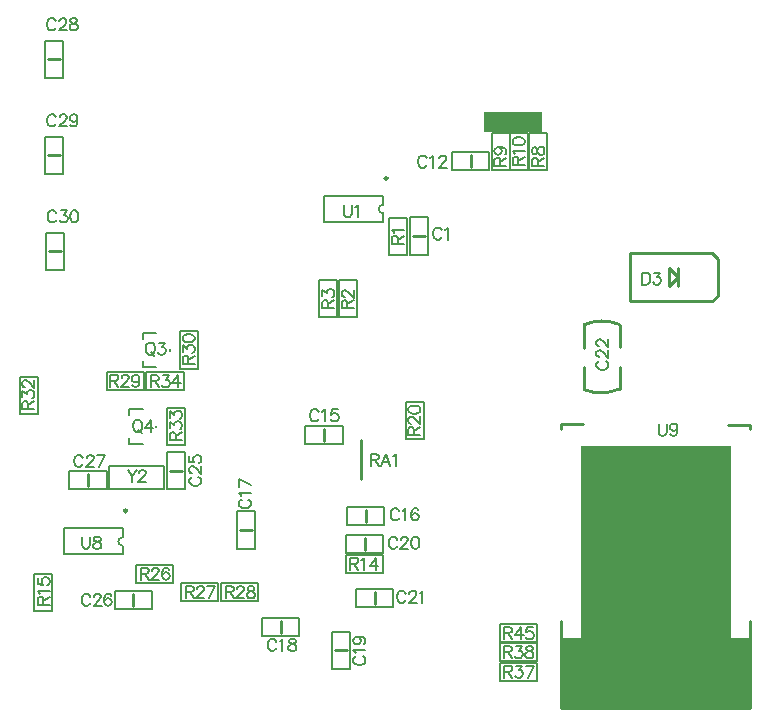
<source format=gbo>
G04 Layer_Color=32896*
%FSLAX25Y25*%
%MOIN*%
G70*
G01*
G75*
%ADD10C,0.00787*%
%ADD11C,0.00984*%
%ADD12C,0.01000*%
%ADD20C,0.00800*%
%ADD21C,0.00700*%
%ADD28R,0.63100X0.23288*%
%ADD29R,0.50000X0.68000*%
%ADD30R,0.19600X0.07000*%
D10*
X1209436Y961744D02*
G03*
X1209436Y958856I0J-1444D01*
G01*
X1122536Y850944D02*
G03*
X1122536Y848056I0J-1444D01*
G01*
X1209436Y955969D02*
X1189751D01*
X1209436Y964631D02*
X1189751D01*
Y955969D02*
Y964631D01*
X1209436Y955969D02*
Y958856D01*
Y961744D02*
Y964631D01*
X1122536Y845169D02*
X1102851D01*
X1122536Y853831D02*
X1102851D01*
Y845169D02*
Y853831D01*
X1122536Y845169D02*
Y848056D01*
Y850943D02*
Y853831D01*
D11*
X1209948Y970536D02*
G03*
X1209948Y970536I492J0D01*
G01*
X1123048Y859736D02*
G03*
X1123048Y859736I492J0D01*
G01*
D12*
X1276393Y900100D02*
G03*
X1288132Y900311I5620J13956D01*
G01*
X1287976Y921902D02*
G03*
X1276293Y921700I-5602J-13964D01*
G01*
X1276336Y900224D02*
Y907800D01*
X1288239Y900364D02*
Y907500D01*
X1276293Y914100D02*
Y921700D01*
X1288193Y914200D02*
X1288193Y921700D01*
X1320993Y943670D02*
X1319168Y945495D01*
X1310168D01*
X1320993Y931320D02*
Y943670D01*
Y931320D02*
X1319168Y929495D01*
X1310168D01*
X1309993D02*
X1291693D01*
Y945495D01*
X1318393D02*
X1291693D01*
X1307668Y934500D02*
Y940600D01*
Y937495D02*
X1304668Y940495D01*
Y934495D02*
Y940495D01*
X1307668Y937495D02*
X1304668Y934495D01*
X1223293Y951300D02*
X1219293D01*
X1201893Y870400D02*
Y883200D01*
X1331685Y793913D02*
X1268693D01*
Y823001D01*
X1331685Y793913D02*
Y823001D01*
Y886827D02*
Y888402D01*
X1324285D01*
X1275885Y888501D02*
X1268693D01*
Y886827D02*
Y888501D01*
X1206593Y828800D02*
Y832800D01*
X1238593Y974300D02*
Y978300D01*
X1189693Y882900D02*
Y886900D01*
X1203593Y856000D02*
Y860000D01*
X1165593Y853300D02*
X1161593D01*
X1175193Y819100D02*
Y823100D01*
X1197293Y813200D02*
X1193293D01*
X1203293Y846700D02*
Y850700D01*
X1142393Y873100D02*
X1138393D01*
X1126093Y827900D02*
Y831900D01*
X1110993Y868000D02*
Y872000D01*
X1101693Y1010200D02*
X1097693D01*
X1101793Y978200D02*
X1097793D01*
X1101893Y946200D02*
X1097893D01*
D20*
X1222893Y883700D02*
Y896100D01*
Y883700D02*
X1216893D01*
Y896100D01*
X1222893D02*
X1216893D01*
X1251560Y973300D02*
Y985700D01*
Y973300D02*
X1245560D01*
Y985700D01*
X1251560D02*
X1245560D01*
X1257727Y973300D02*
Y985700D01*
Y973300D02*
X1251727D01*
Y985700D01*
X1257727D02*
X1251727D01*
X1263893Y973300D02*
Y985700D01*
Y973300D02*
X1257893D01*
Y985700D01*
X1263893D02*
X1257893D01*
X1224293Y945100D02*
Y957500D01*
Y945100D02*
X1218293D01*
Y957500D01*
X1224293D02*
X1218293D01*
X1217493Y945000D02*
Y957400D01*
Y945000D02*
X1211493D01*
Y957400D01*
X1217493D02*
X1211493D01*
X1194593Y924400D02*
Y936800D01*
X1200593D02*
X1194593D01*
X1200593Y924400D02*
Y936800D01*
Y924400D02*
X1194593D01*
X1188093D02*
Y936800D01*
X1194093D02*
X1188093D01*
X1194093Y924400D02*
Y936800D01*
Y924400D02*
X1188093D01*
X1094193Y892000D02*
Y904400D01*
Y892000D02*
X1088193D01*
Y904400D01*
X1094193D02*
X1088193D01*
X1129293Y907550D02*
Y909550D01*
X1138293Y913050D02*
Y913550D01*
X1129293Y917050D02*
Y919050D01*
X1133793Y907550D02*
X1129293D01*
X1133793Y919050D02*
X1129293D01*
X1147693Y907100D02*
Y919500D01*
Y907100D02*
X1141693D01*
Y919500D01*
X1147693D02*
X1141693D01*
X1129593Y906000D02*
X1117193D01*
X1129593Y900000D02*
Y906000D01*
Y900000D02*
X1117193D01*
Y906000D01*
X1142893D02*
X1130493D01*
X1142893Y900000D02*
Y906000D01*
Y900000D02*
X1130493D01*
Y906000D01*
X1143393Y881500D02*
Y893900D01*
Y881500D02*
X1137393D01*
Y893900D01*
X1143393D02*
X1137393D01*
X1124693Y882050D02*
Y884050D01*
X1133693Y887550D02*
Y888050D01*
X1124693Y891550D02*
Y893550D01*
X1129193Y882050D02*
X1124693D01*
X1129193Y893550D02*
X1124693D01*
X1099093Y826200D02*
Y838600D01*
Y826200D02*
X1093093D01*
Y838600D01*
X1099093D02*
X1093093D01*
X1139393Y835700D02*
X1126993D01*
Y841700D01*
X1139393D02*
X1126993D01*
X1139393Y835700D02*
Y841700D01*
X1154393Y835500D02*
X1141993D01*
X1154393Y829500D02*
Y835500D01*
Y829500D02*
X1141993D01*
Y835500D01*
X1167793Y829500D02*
X1155393D01*
Y835500D01*
X1167793D02*
X1155393D01*
X1167793Y829500D02*
Y835500D01*
X1209493Y838900D02*
X1197093D01*
Y844900D01*
X1209493D02*
X1197093D01*
X1209493Y838900D02*
Y844900D01*
X1212793Y827800D02*
X1200393D01*
Y833800D01*
X1212793D02*
X1200393D01*
X1212793Y827800D02*
Y833800D01*
X1248293Y816000D02*
Y822000D01*
X1260693Y816000D02*
X1248293D01*
X1260693D02*
Y822000D01*
X1248293D01*
X1260693Y809500D02*
X1248293D01*
Y815500D01*
X1260693D02*
X1248293D01*
X1260693Y809500D02*
Y815500D01*
Y809000D02*
X1248293D01*
X1260693Y803000D02*
Y809000D01*
Y803000D02*
X1248293D01*
Y809000D01*
X1244793Y973300D02*
X1232393D01*
Y979300D01*
X1244793D02*
X1232393D01*
X1244793Y973300D02*
Y979300D01*
X1195893Y887900D02*
X1183493D01*
X1195893Y881900D02*
Y887900D01*
Y881900D02*
X1183493D01*
Y887900D01*
X1209793Y861000D02*
X1197393D01*
X1209793Y855000D02*
Y861000D01*
Y855000D02*
X1197393D01*
Y861000D01*
X1160593Y847100D02*
Y859500D01*
X1166593D02*
X1160593D01*
X1166593Y847100D02*
Y859500D01*
Y847100D02*
X1160593D01*
X1181393Y824100D02*
X1168993D01*
X1181393Y818100D02*
Y824100D01*
Y818100D02*
X1168993D01*
Y824100D01*
X1192293Y807000D02*
Y819400D01*
X1198293D02*
X1192293D01*
X1198293Y807000D02*
Y819400D01*
Y807000D02*
X1192293D01*
X1209493Y851700D02*
X1197093D01*
X1209493Y845700D02*
Y851700D01*
Y845700D02*
X1197093D01*
Y851700D01*
X1143393Y866900D02*
Y879300D01*
Y866900D02*
X1137393D01*
Y879300D01*
X1143393D02*
X1137393D01*
X1132293Y826900D02*
X1119893D01*
Y832900D01*
X1132293D02*
X1119893D01*
X1132293Y826900D02*
Y832900D01*
X1117193Y873000D02*
X1104793D01*
X1117193Y867000D02*
Y873000D01*
Y867000D02*
X1104793D01*
Y873000D01*
X1096693Y1004000D02*
Y1016400D01*
X1102693D02*
X1096693D01*
X1102693Y1004000D02*
Y1016400D01*
Y1004000D02*
X1096693D01*
X1096793Y972000D02*
Y984400D01*
X1102793D02*
X1096793D01*
X1102793Y972000D02*
Y984400D01*
Y972000D02*
X1096793D01*
X1096893Y940000D02*
Y952400D01*
X1102893D02*
X1096893D01*
X1102893Y940000D02*
Y952400D01*
Y940000D02*
X1096893D01*
X1118093Y866900D02*
Y874700D01*
X1136393Y866900D02*
X1118093D01*
X1136393D02*
Y874700D01*
X1118093D01*
D21*
X1217794Y885000D02*
X1221793D01*
X1217794D02*
Y886714D01*
X1217985Y887285D01*
X1218175Y887476D01*
X1218556Y887666D01*
X1218937D01*
X1219318Y887476D01*
X1219508Y887285D01*
X1219699Y886714D01*
Y885000D01*
Y886333D02*
X1221793Y887666D01*
X1218746Y888752D02*
X1218556D01*
X1218175Y888942D01*
X1217985Y889132D01*
X1217794Y889513D01*
Y890275D01*
X1217985Y890656D01*
X1218175Y890846D01*
X1218556Y891037D01*
X1218937D01*
X1219318Y890846D01*
X1219889Y890466D01*
X1221793Y888561D01*
Y891227D01*
X1217794Y893265D02*
X1217985Y892694D01*
X1218556Y892313D01*
X1219508Y892122D01*
X1220079D01*
X1221032Y892313D01*
X1221603Y892694D01*
X1221793Y893265D01*
Y893646D01*
X1221603Y894217D01*
X1221032Y894598D01*
X1220079Y894788D01*
X1219508D01*
X1218556Y894598D01*
X1217985Y894217D01*
X1217794Y893646D01*
Y893265D01*
X1281446Y909657D02*
X1281065Y909466D01*
X1280685Y909085D01*
X1280494Y908704D01*
Y907943D01*
X1280685Y907562D01*
X1281065Y907181D01*
X1281446Y906990D01*
X1282018Y906800D01*
X1282970D01*
X1283541Y906990D01*
X1283922Y907181D01*
X1284303Y907562D01*
X1284493Y907943D01*
Y908704D01*
X1284303Y909085D01*
X1283922Y909466D01*
X1283541Y909657D01*
X1281446Y910970D02*
X1281256D01*
X1280875Y911161D01*
X1280685Y911351D01*
X1280494Y911732D01*
Y912494D01*
X1280685Y912875D01*
X1280875Y913065D01*
X1281256Y913256D01*
X1281637D01*
X1282018Y913065D01*
X1282589Y912684D01*
X1284493Y910780D01*
Y913446D01*
X1281446Y914532D02*
X1281256D01*
X1280875Y914722D01*
X1280685Y914913D01*
X1280494Y915293D01*
Y916055D01*
X1280685Y916436D01*
X1280875Y916626D01*
X1281256Y916817D01*
X1281637D01*
X1282018Y916626D01*
X1282589Y916246D01*
X1284493Y914341D01*
Y917007D01*
X1295793Y939099D02*
Y935100D01*
Y939099D02*
X1297126D01*
X1297698Y938909D01*
X1298079Y938528D01*
X1298269Y938147D01*
X1298459Y937576D01*
Y936623D01*
X1298269Y936052D01*
X1298079Y935671D01*
X1297698Y935290D01*
X1297126Y935100D01*
X1295793D01*
X1299735Y939099D02*
X1301830D01*
X1300688Y937576D01*
X1301259D01*
X1301640Y937385D01*
X1301830Y937195D01*
X1302020Y936623D01*
Y936243D01*
X1301830Y935671D01*
X1301449Y935290D01*
X1300878Y935100D01*
X1300307D01*
X1299735Y935290D01*
X1299545Y935481D01*
X1299354Y935862D01*
X1246494Y974800D02*
X1250493D01*
X1246494D02*
Y976514D01*
X1246685Y977085D01*
X1246875Y977276D01*
X1247256Y977466D01*
X1247637D01*
X1248018Y977276D01*
X1248208Y977085D01*
X1248398Y976514D01*
Y974800D01*
Y976133D02*
X1250493Y977466D01*
X1247827Y980837D02*
X1248398Y980646D01*
X1248779Y980266D01*
X1248970Y979694D01*
Y979504D01*
X1248779Y978932D01*
X1248398Y978552D01*
X1247827Y978361D01*
X1247637D01*
X1247066Y978552D01*
X1246685Y978932D01*
X1246494Y979504D01*
Y979694D01*
X1246685Y980266D01*
X1247066Y980646D01*
X1247827Y980837D01*
X1248779D01*
X1249732Y980646D01*
X1250303Y980266D01*
X1250493Y979694D01*
Y979313D01*
X1250303Y978742D01*
X1249922Y978552D01*
X1252594Y975000D02*
X1256593D01*
X1252594D02*
Y976714D01*
X1252785Y977285D01*
X1252975Y977476D01*
X1253356Y977666D01*
X1253737D01*
X1254118Y977476D01*
X1254308Y977285D01*
X1254498Y976714D01*
Y975000D01*
Y976333D02*
X1256593Y977666D01*
X1253356Y978561D02*
X1253166Y978942D01*
X1252594Y979513D01*
X1256593D01*
X1252594Y982637D02*
X1252785Y982065D01*
X1253356Y981684D01*
X1254308Y981494D01*
X1254879D01*
X1255832Y981684D01*
X1256403Y982065D01*
X1256593Y982637D01*
Y983017D01*
X1256403Y983589D01*
X1255832Y983969D01*
X1254879Y984160D01*
X1254308D01*
X1253356Y983969D01*
X1252785Y983589D01*
X1252594Y983017D01*
Y982637D01*
X1259094Y974800D02*
X1263093D01*
X1259094D02*
Y976514D01*
X1259285Y977085D01*
X1259475Y977276D01*
X1259856Y977466D01*
X1260237D01*
X1260618Y977276D01*
X1260808Y977085D01*
X1260999Y976514D01*
Y974800D01*
Y976133D02*
X1263093Y977466D01*
X1259094Y979313D02*
X1259285Y978742D01*
X1259665Y978552D01*
X1260046D01*
X1260427Y978742D01*
X1260618Y979123D01*
X1260808Y979885D01*
X1260999Y980456D01*
X1261379Y980837D01*
X1261760Y981027D01*
X1262332D01*
X1262712Y980837D01*
X1262903Y980646D01*
X1263093Y980075D01*
Y979313D01*
X1262903Y978742D01*
X1262712Y978552D01*
X1262332Y978361D01*
X1261760D01*
X1261379Y978552D01*
X1260999Y978932D01*
X1260808Y979504D01*
X1260618Y980266D01*
X1260427Y980646D01*
X1260046Y980837D01*
X1259665D01*
X1259285Y980646D01*
X1259094Y980075D01*
Y979313D01*
X1196293Y961599D02*
Y958743D01*
X1196484Y958171D01*
X1196865Y957790D01*
X1197436Y957600D01*
X1197817D01*
X1198388Y957790D01*
X1198769Y958171D01*
X1198959Y958743D01*
Y961599D01*
X1200064Y960837D02*
X1200445Y961028D01*
X1201016Y961599D01*
Y957600D01*
X1228950Y953147D02*
X1228759Y953528D01*
X1228378Y953909D01*
X1227998Y954099D01*
X1227236D01*
X1226855Y953909D01*
X1226474Y953528D01*
X1226284Y953147D01*
X1226093Y952576D01*
Y951624D01*
X1226284Y951052D01*
X1226474Y950671D01*
X1226855Y950290D01*
X1227236Y950100D01*
X1227998D01*
X1228378Y950290D01*
X1228759Y950671D01*
X1228950Y951052D01*
X1230073Y953337D02*
X1230454Y953528D01*
X1231026Y954099D01*
Y950100D01*
X1212294Y948800D02*
X1216293D01*
X1212294D02*
Y950514D01*
X1212485Y951085D01*
X1212675Y951276D01*
X1213056Y951466D01*
X1213437D01*
X1213818Y951276D01*
X1214008Y951085D01*
X1214198Y950514D01*
Y948800D01*
Y950133D02*
X1216293Y951466D01*
X1213056Y952361D02*
X1212866Y952742D01*
X1212294Y953313D01*
X1216293D01*
X1195594Y927200D02*
X1199593D01*
X1195594D02*
Y928914D01*
X1195785Y929485D01*
X1195975Y929676D01*
X1196356Y929866D01*
X1196737D01*
X1197118Y929676D01*
X1197308Y929485D01*
X1197499Y928914D01*
Y927200D01*
Y928533D02*
X1199593Y929866D01*
X1196546Y930952D02*
X1196356D01*
X1195975Y931142D01*
X1195785Y931332D01*
X1195594Y931713D01*
Y932475D01*
X1195785Y932856D01*
X1195975Y933046D01*
X1196356Y933237D01*
X1196737D01*
X1197118Y933046D01*
X1197689Y932666D01*
X1199593Y930761D01*
Y933427D01*
X1189094Y927300D02*
X1193093D01*
X1189094D02*
Y929014D01*
X1189285Y929585D01*
X1189475Y929776D01*
X1189856Y929966D01*
X1190237D01*
X1190618Y929776D01*
X1190808Y929585D01*
X1190998Y929014D01*
Y927300D01*
Y928633D02*
X1193093Y929966D01*
X1189094Y931242D02*
Y933337D01*
X1190618Y932194D01*
Y932765D01*
X1190808Y933146D01*
X1190998Y933337D01*
X1191570Y933527D01*
X1191951D01*
X1192522Y933337D01*
X1192903Y932956D01*
X1193093Y932385D01*
Y931813D01*
X1192903Y931242D01*
X1192712Y931052D01*
X1192332Y930861D01*
X1205193Y878599D02*
Y874600D01*
Y878599D02*
X1206907D01*
X1207479Y878409D01*
X1207669Y878218D01*
X1207859Y877837D01*
Y877456D01*
X1207669Y877076D01*
X1207479Y876885D01*
X1206907Y876695D01*
X1205193D01*
X1206526D02*
X1207859Y874600D01*
X1211801D02*
X1210278Y878599D01*
X1208754Y874600D01*
X1209326Y875933D02*
X1211230D01*
X1212735Y877837D02*
X1213115Y878028D01*
X1213687Y878599D01*
Y874600D01*
X1301193Y888799D02*
Y885943D01*
X1301384Y885371D01*
X1301765Y884990D01*
X1302336Y884800D01*
X1302717D01*
X1303288Y884990D01*
X1303669Y885371D01*
X1303859Y885943D01*
Y888799D01*
X1307440Y887466D02*
X1307249Y886895D01*
X1306868Y886514D01*
X1306297Y886324D01*
X1306106D01*
X1305535Y886514D01*
X1305154Y886895D01*
X1304964Y887466D01*
Y887656D01*
X1305154Y888228D01*
X1305535Y888609D01*
X1306106Y888799D01*
X1306297D01*
X1306868Y888609D01*
X1307249Y888228D01*
X1307440Y887466D01*
Y886514D01*
X1307249Y885562D01*
X1306868Y884990D01*
X1306297Y884800D01*
X1305916D01*
X1305345Y884990D01*
X1305154Y885371D01*
X1089094Y893600D02*
X1093093D01*
X1089094D02*
Y895314D01*
X1089285Y895885D01*
X1089475Y896076D01*
X1089856Y896266D01*
X1090237D01*
X1090618Y896076D01*
X1090808Y895885D01*
X1090998Y895314D01*
Y893600D01*
Y894933D02*
X1093093Y896266D01*
X1089094Y897542D02*
Y899637D01*
X1090618Y898494D01*
Y899065D01*
X1090808Y899446D01*
X1090998Y899637D01*
X1091570Y899827D01*
X1091951D01*
X1092522Y899637D01*
X1092903Y899256D01*
X1093093Y898685D01*
Y898113D01*
X1092903Y897542D01*
X1092712Y897352D01*
X1092332Y897161D01*
X1090046Y900913D02*
X1089856D01*
X1089475Y901103D01*
X1089285Y901294D01*
X1089094Y901674D01*
Y902436D01*
X1089285Y902817D01*
X1089475Y903008D01*
X1089856Y903198D01*
X1090237D01*
X1090618Y903008D01*
X1091189Y902627D01*
X1093093Y900722D01*
Y903388D01*
X1131436Y915799D02*
X1131055Y915609D01*
X1130674Y915228D01*
X1130484Y914847D01*
X1130293Y914276D01*
Y913323D01*
X1130484Y912752D01*
X1130674Y912371D01*
X1131055Y911990D01*
X1131436Y911800D01*
X1132198D01*
X1132578Y911990D01*
X1132959Y912371D01*
X1133150Y912752D01*
X1133340Y913323D01*
Y914276D01*
X1133150Y914847D01*
X1132959Y915228D01*
X1132578Y915609D01*
X1132198Y915799D01*
X1131436D01*
X1132007Y912562D02*
X1133150Y911419D01*
X1134654Y915799D02*
X1136749D01*
X1135606Y914276D01*
X1136178D01*
X1136559Y914085D01*
X1136749Y913895D01*
X1136940Y913323D01*
Y912943D01*
X1136749Y912371D01*
X1136368Y911990D01*
X1135797Y911800D01*
X1135226D01*
X1134654Y911990D01*
X1134464Y912181D01*
X1134273Y912562D01*
X1142594Y908800D02*
X1146593D01*
X1142594D02*
Y910514D01*
X1142785Y911085D01*
X1142975Y911276D01*
X1143356Y911466D01*
X1143737D01*
X1144118Y911276D01*
X1144308Y911085D01*
X1144499Y910514D01*
Y908800D01*
Y910133D02*
X1146593Y911466D01*
X1142594Y912742D02*
Y914837D01*
X1144118Y913694D01*
Y914266D01*
X1144308Y914646D01*
X1144499Y914837D01*
X1145070Y915027D01*
X1145451D01*
X1146022Y914837D01*
X1146403Y914456D01*
X1146593Y913885D01*
Y913313D01*
X1146403Y912742D01*
X1146212Y912552D01*
X1145832Y912361D01*
X1142594Y917065D02*
X1142785Y916494D01*
X1143356Y916113D01*
X1144308Y915922D01*
X1144879D01*
X1145832Y916113D01*
X1146403Y916494D01*
X1146593Y917065D01*
Y917446D01*
X1146403Y918017D01*
X1145832Y918398D01*
X1144879Y918588D01*
X1144308D01*
X1143356Y918398D01*
X1142785Y918017D01*
X1142594Y917446D01*
Y917065D01*
X1118493Y904999D02*
Y901000D01*
Y904999D02*
X1120207D01*
X1120778Y904809D01*
X1120969Y904618D01*
X1121159Y904237D01*
Y903856D01*
X1120969Y903476D01*
X1120778Y903285D01*
X1120207Y903095D01*
X1118493D01*
X1119826D02*
X1121159Y901000D01*
X1122245Y904047D02*
Y904237D01*
X1122435Y904618D01*
X1122626Y904809D01*
X1123007Y904999D01*
X1123768D01*
X1124149Y904809D01*
X1124340Y904618D01*
X1124530Y904237D01*
Y903856D01*
X1124340Y903476D01*
X1123959Y902904D01*
X1122054Y901000D01*
X1124720D01*
X1128091Y903666D02*
X1127901Y903095D01*
X1127520Y902714D01*
X1126949Y902524D01*
X1126758D01*
X1126187Y902714D01*
X1125806Y903095D01*
X1125616Y903666D01*
Y903856D01*
X1125806Y904428D01*
X1126187Y904809D01*
X1126758Y904999D01*
X1126949D01*
X1127520Y904809D01*
X1127901Y904428D01*
X1128091Y903666D01*
Y902714D01*
X1127901Y901762D01*
X1127520Y901190D01*
X1126949Y901000D01*
X1126568D01*
X1125996Y901190D01*
X1125806Y901571D01*
X1131993Y904899D02*
Y900900D01*
Y904899D02*
X1133707D01*
X1134278Y904709D01*
X1134469Y904518D01*
X1134659Y904137D01*
Y903757D01*
X1134469Y903376D01*
X1134278Y903185D01*
X1133707Y902995D01*
X1131993D01*
X1133326D02*
X1134659Y900900D01*
X1135935Y904899D02*
X1138030D01*
X1136887Y903376D01*
X1137459D01*
X1137840Y903185D01*
X1138030Y902995D01*
X1138221Y902423D01*
Y902043D01*
X1138030Y901471D01*
X1137649Y901090D01*
X1137078Y900900D01*
X1136507D01*
X1135935Y901090D01*
X1135745Y901281D01*
X1135554Y901662D01*
X1141020Y904899D02*
X1139116Y902233D01*
X1141972D01*
X1141020Y904899D02*
Y900900D01*
X1138294Y883300D02*
X1142293D01*
X1138294D02*
Y885014D01*
X1138485Y885585D01*
X1138675Y885776D01*
X1139056Y885966D01*
X1139437D01*
X1139818Y885776D01*
X1140008Y885585D01*
X1140199Y885014D01*
Y883300D01*
Y884633D02*
X1142293Y885966D01*
X1138294Y887242D02*
Y889337D01*
X1139818Y888194D01*
Y888766D01*
X1140008Y889146D01*
X1140199Y889337D01*
X1140770Y889527D01*
X1141151D01*
X1141722Y889337D01*
X1142103Y888956D01*
X1142293Y888385D01*
Y887813D01*
X1142103Y887242D01*
X1141912Y887052D01*
X1141532Y886861D01*
X1138294Y890803D02*
Y892898D01*
X1139818Y891755D01*
Y892327D01*
X1140008Y892708D01*
X1140199Y892898D01*
X1140770Y893088D01*
X1141151D01*
X1141722Y892898D01*
X1142103Y892517D01*
X1142293Y891946D01*
Y891374D01*
X1142103Y890803D01*
X1141912Y890613D01*
X1141532Y890422D01*
X1127136Y889999D02*
X1126755Y889809D01*
X1126374Y889428D01*
X1126184Y889047D01*
X1125993Y888476D01*
Y887523D01*
X1126184Y886952D01*
X1126374Y886571D01*
X1126755Y886190D01*
X1127136Y886000D01*
X1127898D01*
X1128279Y886190D01*
X1128659Y886571D01*
X1128850Y886952D01*
X1129040Y887523D01*
Y888476D01*
X1128850Y889047D01*
X1128659Y889428D01*
X1128279Y889809D01*
X1127898Y889999D01*
X1127136D01*
X1127707Y886762D02*
X1128850Y885619D01*
X1131878Y889999D02*
X1129973Y887333D01*
X1132830D01*
X1131878Y889999D02*
Y886000D01*
X1108993Y850999D02*
Y848143D01*
X1109184Y847571D01*
X1109565Y847190D01*
X1110136Y847000D01*
X1110517D01*
X1111088Y847190D01*
X1111469Y847571D01*
X1111659Y848143D01*
Y850999D01*
X1113716D02*
X1113145Y850809D01*
X1112954Y850428D01*
Y850047D01*
X1113145Y849666D01*
X1113526Y849476D01*
X1114287Y849285D01*
X1114859Y849095D01*
X1115240Y848714D01*
X1115430Y848333D01*
Y847762D01*
X1115240Y847381D01*
X1115049Y847190D01*
X1114478Y847000D01*
X1113716D01*
X1113145Y847190D01*
X1112954Y847381D01*
X1112764Y847762D01*
Y848333D01*
X1112954Y848714D01*
X1113335Y849095D01*
X1113906Y849285D01*
X1114668Y849476D01*
X1115049Y849666D01*
X1115240Y850047D01*
Y850428D01*
X1115049Y850809D01*
X1114478Y850999D01*
X1113716D01*
X1094194Y828400D02*
X1098193D01*
X1094194D02*
Y830114D01*
X1094385Y830685D01*
X1094575Y830876D01*
X1094956Y831066D01*
X1095337D01*
X1095718Y830876D01*
X1095908Y830685D01*
X1096099Y830114D01*
Y828400D01*
Y829733D02*
X1098193Y831066D01*
X1094956Y831961D02*
X1094765Y832342D01*
X1094194Y832913D01*
X1098193D01*
X1094194Y837179D02*
Y835275D01*
X1095908Y835084D01*
X1095718Y835275D01*
X1095527Y835846D01*
Y836417D01*
X1095718Y836989D01*
X1096099Y837370D01*
X1096670Y837560D01*
X1097051D01*
X1097622Y837370D01*
X1098003Y836989D01*
X1098193Y836417D01*
Y835846D01*
X1098003Y835275D01*
X1097812Y835084D01*
X1097432Y834894D01*
X1128593Y840699D02*
Y836700D01*
Y840699D02*
X1130307D01*
X1130879Y840509D01*
X1131069Y840318D01*
X1131259Y839937D01*
Y839557D01*
X1131069Y839176D01*
X1130879Y838985D01*
X1130307Y838795D01*
X1128593D01*
X1129926D02*
X1131259Y836700D01*
X1132345Y839747D02*
Y839937D01*
X1132535Y840318D01*
X1132726Y840509D01*
X1133107Y840699D01*
X1133868D01*
X1134249Y840509D01*
X1134440Y840318D01*
X1134630Y839937D01*
Y839557D01*
X1134440Y839176D01*
X1134059Y838604D01*
X1132154Y836700D01*
X1134820D01*
X1138001Y840128D02*
X1137810Y840509D01*
X1137239Y840699D01*
X1136858D01*
X1136287Y840509D01*
X1135906Y839937D01*
X1135716Y838985D01*
Y838033D01*
X1135906Y837271D01*
X1136287Y836890D01*
X1136858Y836700D01*
X1137049D01*
X1137620Y836890D01*
X1138001Y837271D01*
X1138191Y837843D01*
Y838033D01*
X1138001Y838604D01*
X1137620Y838985D01*
X1137049Y839176D01*
X1136858D01*
X1136287Y838985D01*
X1135906Y838604D01*
X1135716Y838033D01*
X1143593Y834599D02*
Y830600D01*
Y834599D02*
X1145307D01*
X1145879Y834409D01*
X1146069Y834218D01*
X1146259Y833837D01*
Y833457D01*
X1146069Y833076D01*
X1145879Y832885D01*
X1145307Y832695D01*
X1143593D01*
X1144926D02*
X1146259Y830600D01*
X1147345Y833647D02*
Y833837D01*
X1147535Y834218D01*
X1147726Y834409D01*
X1148107Y834599D01*
X1148868D01*
X1149249Y834409D01*
X1149440Y834218D01*
X1149630Y833837D01*
Y833457D01*
X1149440Y833076D01*
X1149059Y832504D01*
X1147154Y830600D01*
X1149821D01*
X1153382Y834599D02*
X1151477Y830600D01*
X1150716Y834599D02*
X1153382D01*
X1156893D02*
Y830600D01*
Y834599D02*
X1158607D01*
X1159179Y834409D01*
X1159369Y834218D01*
X1159559Y833837D01*
Y833457D01*
X1159369Y833076D01*
X1159179Y832885D01*
X1158607Y832695D01*
X1156893D01*
X1158226D02*
X1159559Y830600D01*
X1160645Y833647D02*
Y833837D01*
X1160835Y834218D01*
X1161026Y834409D01*
X1161407Y834599D01*
X1162168D01*
X1162549Y834409D01*
X1162740Y834218D01*
X1162930Y833837D01*
Y833457D01*
X1162740Y833076D01*
X1162359Y832504D01*
X1160454Y830600D01*
X1163120D01*
X1164968Y834599D02*
X1164396Y834409D01*
X1164206Y834028D01*
Y833647D01*
X1164396Y833266D01*
X1164777Y833076D01*
X1165539Y832885D01*
X1166110Y832695D01*
X1166491Y832314D01*
X1166682Y831933D01*
Y831362D01*
X1166491Y830981D01*
X1166301Y830790D01*
X1165730Y830600D01*
X1164968D01*
X1164396Y830790D01*
X1164206Y830981D01*
X1164016Y831362D01*
Y831933D01*
X1164206Y832314D01*
X1164587Y832695D01*
X1165158Y832885D01*
X1165920Y833076D01*
X1166301Y833266D01*
X1166491Y833647D01*
Y834028D01*
X1166301Y834409D01*
X1165730Y834599D01*
X1164968D01*
X1198493Y843999D02*
Y840000D01*
Y843999D02*
X1200207D01*
X1200778Y843809D01*
X1200969Y843618D01*
X1201159Y843237D01*
Y842857D01*
X1200969Y842476D01*
X1200778Y842285D01*
X1200207Y842095D01*
X1198493D01*
X1199826D02*
X1201159Y840000D01*
X1202054Y843237D02*
X1202435Y843428D01*
X1203007Y843999D01*
Y840000D01*
X1206892Y843999D02*
X1204987Y841333D01*
X1207844D01*
X1206892Y843999D02*
Y840000D01*
X1216850Y832047D02*
X1216659Y832428D01*
X1216278Y832809D01*
X1215898Y832999D01*
X1215136D01*
X1214755Y832809D01*
X1214374Y832428D01*
X1214184Y832047D01*
X1213993Y831476D01*
Y830523D01*
X1214184Y829952D01*
X1214374Y829571D01*
X1214755Y829190D01*
X1215136Y829000D01*
X1215898D01*
X1216278Y829190D01*
X1216659Y829571D01*
X1216850Y829952D01*
X1218164Y832047D02*
Y832237D01*
X1218354Y832618D01*
X1218545Y832809D01*
X1218926Y832999D01*
X1219687D01*
X1220068Y832809D01*
X1220259Y832618D01*
X1220449Y832237D01*
Y831857D01*
X1220259Y831476D01*
X1219878Y830904D01*
X1217973Y829000D01*
X1220640D01*
X1221535Y832237D02*
X1221915Y832428D01*
X1222487Y832999D01*
Y829000D01*
X1249793Y820899D02*
Y816900D01*
Y820899D02*
X1251507D01*
X1252079Y820709D01*
X1252269Y820518D01*
X1252459Y820137D01*
Y819757D01*
X1252269Y819376D01*
X1252079Y819185D01*
X1251507Y818995D01*
X1249793D01*
X1251126D02*
X1252459Y816900D01*
X1255259Y820899D02*
X1253354Y818233D01*
X1256211D01*
X1255259Y820899D02*
Y816900D01*
X1259201Y820899D02*
X1257296D01*
X1257106Y819185D01*
X1257296Y819376D01*
X1257868Y819566D01*
X1258439D01*
X1259010Y819376D01*
X1259391Y818995D01*
X1259582Y818423D01*
Y818043D01*
X1259391Y817471D01*
X1259010Y817090D01*
X1258439Y816900D01*
X1257868D01*
X1257296Y817090D01*
X1257106Y817281D01*
X1256916Y817662D01*
X1249693Y814599D02*
Y810600D01*
Y814599D02*
X1251407D01*
X1251978Y814409D01*
X1252169Y814218D01*
X1252359Y813837D01*
Y813457D01*
X1252169Y813076D01*
X1251978Y812885D01*
X1251407Y812695D01*
X1249693D01*
X1251026D02*
X1252359Y810600D01*
X1253635Y814599D02*
X1255730D01*
X1254587Y813076D01*
X1255159D01*
X1255540Y812885D01*
X1255730Y812695D01*
X1255921Y812123D01*
Y811743D01*
X1255730Y811171D01*
X1255349Y810790D01*
X1254778Y810600D01*
X1254207D01*
X1253635Y810790D01*
X1253445Y810981D01*
X1253254Y811362D01*
X1257768Y814599D02*
X1257197Y814409D01*
X1257006Y814028D01*
Y813647D01*
X1257197Y813266D01*
X1257577Y813076D01*
X1258339Y812885D01*
X1258910Y812695D01*
X1259291Y812314D01*
X1259482Y811933D01*
Y811362D01*
X1259291Y810981D01*
X1259101Y810790D01*
X1258529Y810600D01*
X1257768D01*
X1257197Y810790D01*
X1257006Y810981D01*
X1256816Y811362D01*
Y811933D01*
X1257006Y812314D01*
X1257387Y812695D01*
X1257958Y812885D01*
X1258720Y813076D01*
X1259101Y813266D01*
X1259291Y813647D01*
Y814028D01*
X1259101Y814409D01*
X1258529Y814599D01*
X1257768D01*
X1249793Y807999D02*
Y804000D01*
Y807999D02*
X1251507D01*
X1252079Y807809D01*
X1252269Y807618D01*
X1252459Y807237D01*
Y806857D01*
X1252269Y806476D01*
X1252079Y806285D01*
X1251507Y806095D01*
X1249793D01*
X1251126D02*
X1252459Y804000D01*
X1253735Y807999D02*
X1255830D01*
X1254688Y806476D01*
X1255259D01*
X1255640Y806285D01*
X1255830Y806095D01*
X1256021Y805523D01*
Y805143D01*
X1255830Y804571D01*
X1255449Y804190D01*
X1254878Y804000D01*
X1254307D01*
X1253735Y804190D01*
X1253545Y804381D01*
X1253354Y804762D01*
X1259582Y807999D02*
X1257677Y804000D01*
X1256916Y807999D02*
X1259582D01*
X1223850Y977147D02*
X1223659Y977528D01*
X1223279Y977909D01*
X1222898Y978099D01*
X1222136D01*
X1221755Y977909D01*
X1221374Y977528D01*
X1221184Y977147D01*
X1220993Y976576D01*
Y975624D01*
X1221184Y975052D01*
X1221374Y974671D01*
X1221755Y974290D01*
X1222136Y974100D01*
X1222898D01*
X1223279Y974290D01*
X1223659Y974671D01*
X1223850Y975052D01*
X1224973Y977337D02*
X1225354Y977528D01*
X1225926Y978099D01*
Y974100D01*
X1228097Y977147D02*
Y977337D01*
X1228287Y977718D01*
X1228477Y977909D01*
X1228858Y978099D01*
X1229620D01*
X1230001Y977909D01*
X1230191Y977718D01*
X1230382Y977337D01*
Y976956D01*
X1230191Y976576D01*
X1229811Y976004D01*
X1227906Y974100D01*
X1230572D01*
X1187850Y892547D02*
X1187659Y892928D01*
X1187278Y893309D01*
X1186898Y893499D01*
X1186136D01*
X1185755Y893309D01*
X1185374Y892928D01*
X1185184Y892547D01*
X1184993Y891976D01*
Y891024D01*
X1185184Y890452D01*
X1185374Y890071D01*
X1185755Y889690D01*
X1186136Y889500D01*
X1186898D01*
X1187278Y889690D01*
X1187659Y890071D01*
X1187850Y890452D01*
X1188973Y892737D02*
X1189354Y892928D01*
X1189926Y893499D01*
Y889500D01*
X1194191Y893499D02*
X1192287D01*
X1192097Y891785D01*
X1192287Y891976D01*
X1192858Y892166D01*
X1193430D01*
X1194001Y891976D01*
X1194382Y891595D01*
X1194572Y891024D01*
Y890643D01*
X1194382Y890071D01*
X1194001Y889690D01*
X1193430Y889500D01*
X1192858D01*
X1192287Y889690D01*
X1192097Y889881D01*
X1191906Y890262D01*
X1214750Y859547D02*
X1214559Y859928D01*
X1214178Y860309D01*
X1213798Y860499D01*
X1213036D01*
X1212655Y860309D01*
X1212274Y859928D01*
X1212084Y859547D01*
X1211893Y858976D01*
Y858023D01*
X1212084Y857452D01*
X1212274Y857071D01*
X1212655Y856690D01*
X1213036Y856500D01*
X1213798D01*
X1214178Y856690D01*
X1214559Y857071D01*
X1214750Y857452D01*
X1215873Y859737D02*
X1216254Y859928D01*
X1216826Y860499D01*
Y856500D01*
X1221091Y859928D02*
X1220901Y860309D01*
X1220330Y860499D01*
X1219949D01*
X1219377Y860309D01*
X1218997Y859737D01*
X1218806Y858785D01*
Y857833D01*
X1218997Y857071D01*
X1219377Y856690D01*
X1219949Y856500D01*
X1220139D01*
X1220710Y856690D01*
X1221091Y857071D01*
X1221282Y857643D01*
Y857833D01*
X1221091Y858404D01*
X1220710Y858785D01*
X1220139Y858976D01*
X1219949D01*
X1219377Y858785D01*
X1218997Y858404D01*
X1218806Y857833D01*
X1162246Y863457D02*
X1161866Y863266D01*
X1161485Y862885D01*
X1161294Y862504D01*
Y861743D01*
X1161485Y861362D01*
X1161866Y860981D01*
X1162246Y860790D01*
X1162818Y860600D01*
X1163770D01*
X1164341Y860790D01*
X1164722Y860981D01*
X1165103Y861362D01*
X1165293Y861743D01*
Y862504D01*
X1165103Y862885D01*
X1164722Y863266D01*
X1164341Y863457D01*
X1162056Y864580D02*
X1161866Y864961D01*
X1161294Y865532D01*
X1165293D01*
X1161294Y870179D02*
X1165293Y868275D01*
X1161294Y867513D02*
Y870179D01*
X1173750Y816047D02*
X1173559Y816428D01*
X1173178Y816809D01*
X1172798Y816999D01*
X1172036D01*
X1171655Y816809D01*
X1171274Y816428D01*
X1171084Y816047D01*
X1170893Y815476D01*
Y814524D01*
X1171084Y813952D01*
X1171274Y813571D01*
X1171655Y813190D01*
X1172036Y813000D01*
X1172798D01*
X1173178Y813190D01*
X1173559Y813571D01*
X1173750Y813952D01*
X1174873Y816237D02*
X1175254Y816428D01*
X1175826Y816999D01*
Y813000D01*
X1178758Y816999D02*
X1178187Y816809D01*
X1177997Y816428D01*
Y816047D01*
X1178187Y815666D01*
X1178568Y815476D01*
X1179330Y815285D01*
X1179901Y815095D01*
X1180282Y814714D01*
X1180472Y814333D01*
Y813762D01*
X1180282Y813381D01*
X1180091Y813190D01*
X1179520Y813000D01*
X1178758D01*
X1178187Y813190D01*
X1177997Y813381D01*
X1177806Y813762D01*
Y814333D01*
X1177997Y814714D01*
X1178377Y815095D01*
X1178949Y815285D01*
X1179710Y815476D01*
X1180091Y815666D01*
X1180282Y816047D01*
Y816428D01*
X1180091Y816809D01*
X1179520Y816999D01*
X1178758D01*
X1200446Y811156D02*
X1200066Y810966D01*
X1199685Y810585D01*
X1199494Y810204D01*
Y809443D01*
X1199685Y809062D01*
X1200066Y808681D01*
X1200446Y808490D01*
X1201018Y808300D01*
X1201970D01*
X1202541Y808490D01*
X1202922Y808681D01*
X1203303Y809062D01*
X1203493Y809443D01*
Y810204D01*
X1203303Y810585D01*
X1202922Y810966D01*
X1202541Y811156D01*
X1200256Y812280D02*
X1200066Y812661D01*
X1199494Y813232D01*
X1203493D01*
X1200827Y817688D02*
X1201398Y817498D01*
X1201779Y817117D01*
X1201970Y816546D01*
Y816355D01*
X1201779Y815784D01*
X1201398Y815403D01*
X1200827Y815213D01*
X1200637D01*
X1200066Y815403D01*
X1199685Y815784D01*
X1199494Y816355D01*
Y816546D01*
X1199685Y817117D01*
X1200066Y817498D01*
X1200827Y817688D01*
X1201779D01*
X1202732Y817498D01*
X1203303Y817117D01*
X1203493Y816546D01*
Y816165D01*
X1203303Y815594D01*
X1202922Y815403D01*
X1214050Y850047D02*
X1213859Y850428D01*
X1213478Y850809D01*
X1213098Y850999D01*
X1212336D01*
X1211955Y850809D01*
X1211574Y850428D01*
X1211384Y850047D01*
X1211193Y849476D01*
Y848524D01*
X1211384Y847952D01*
X1211574Y847571D01*
X1211955Y847190D01*
X1212336Y847000D01*
X1213098D01*
X1213478Y847190D01*
X1213859Y847571D01*
X1214050Y847952D01*
X1215364Y850047D02*
Y850237D01*
X1215554Y850618D01*
X1215745Y850809D01*
X1216126Y850999D01*
X1216887D01*
X1217268Y850809D01*
X1217459Y850618D01*
X1217649Y850237D01*
Y849856D01*
X1217459Y849476D01*
X1217078Y848904D01*
X1215173Y847000D01*
X1217840D01*
X1219877Y850999D02*
X1219306Y850809D01*
X1218925Y850237D01*
X1218734Y849285D01*
Y848714D01*
X1218925Y847762D01*
X1219306Y847190D01*
X1219877Y847000D01*
X1220258D01*
X1220829Y847190D01*
X1221210Y847762D01*
X1221401Y848714D01*
Y849285D01*
X1221210Y850237D01*
X1220829Y850809D01*
X1220258Y850999D01*
X1219877D01*
X1145746Y870957D02*
X1145366Y870766D01*
X1144985Y870385D01*
X1144794Y870004D01*
Y869243D01*
X1144985Y868862D01*
X1145366Y868481D01*
X1145746Y868290D01*
X1146318Y868100D01*
X1147270D01*
X1147841Y868290D01*
X1148222Y868481D01*
X1148603Y868862D01*
X1148793Y869243D01*
Y870004D01*
X1148603Y870385D01*
X1148222Y870766D01*
X1147841Y870957D01*
X1145746Y872270D02*
X1145556D01*
X1145175Y872461D01*
X1144985Y872651D01*
X1144794Y873032D01*
Y873794D01*
X1144985Y874175D01*
X1145175Y874365D01*
X1145556Y874556D01*
X1145937D01*
X1146318Y874365D01*
X1146889Y873984D01*
X1148793Y872080D01*
Y874746D01*
X1144794Y877927D02*
Y876022D01*
X1146508Y875832D01*
X1146318Y876022D01*
X1146127Y876593D01*
Y877165D01*
X1146318Y877736D01*
X1146698Y878117D01*
X1147270Y878307D01*
X1147651D01*
X1148222Y878117D01*
X1148603Y877736D01*
X1148793Y877165D01*
Y876593D01*
X1148603Y876022D01*
X1148412Y875832D01*
X1148032Y875641D01*
X1111750Y831047D02*
X1111559Y831428D01*
X1111178Y831809D01*
X1110798Y831999D01*
X1110036D01*
X1109655Y831809D01*
X1109274Y831428D01*
X1109084Y831047D01*
X1108893Y830476D01*
Y829523D01*
X1109084Y828952D01*
X1109274Y828571D01*
X1109655Y828190D01*
X1110036Y828000D01*
X1110798D01*
X1111178Y828190D01*
X1111559Y828571D01*
X1111750Y828952D01*
X1113064Y831047D02*
Y831237D01*
X1113254Y831618D01*
X1113445Y831809D01*
X1113826Y831999D01*
X1114587D01*
X1114968Y831809D01*
X1115159Y831618D01*
X1115349Y831237D01*
Y830857D01*
X1115159Y830476D01*
X1114778Y829904D01*
X1112873Y828000D01*
X1115539D01*
X1118720Y831428D02*
X1118529Y831809D01*
X1117958Y831999D01*
X1117577D01*
X1117006Y831809D01*
X1116625Y831237D01*
X1116434Y830285D01*
Y829333D01*
X1116625Y828571D01*
X1117006Y828190D01*
X1117577Y828000D01*
X1117768D01*
X1118339Y828190D01*
X1118720Y828571D01*
X1118910Y829143D01*
Y829333D01*
X1118720Y829904D01*
X1118339Y830285D01*
X1117768Y830476D01*
X1117577D01*
X1117006Y830285D01*
X1116625Y829904D01*
X1116434Y829333D01*
X1109250Y877347D02*
X1109059Y877728D01*
X1108679Y878109D01*
X1108298Y878299D01*
X1107536D01*
X1107155Y878109D01*
X1106774Y877728D01*
X1106584Y877347D01*
X1106393Y876776D01*
Y875823D01*
X1106584Y875252D01*
X1106774Y874871D01*
X1107155Y874490D01*
X1107536Y874300D01*
X1108298D01*
X1108679Y874490D01*
X1109059Y874871D01*
X1109250Y875252D01*
X1110564Y877347D02*
Y877537D01*
X1110754Y877918D01*
X1110945Y878109D01*
X1111326Y878299D01*
X1112087D01*
X1112468Y878109D01*
X1112659Y877918D01*
X1112849Y877537D01*
Y877157D01*
X1112659Y876776D01*
X1112278Y876204D01*
X1110373Y874300D01*
X1113039D01*
X1116601Y878299D02*
X1114696Y874300D01*
X1113935Y878299D02*
X1116601D01*
X1100200Y1022897D02*
X1100009Y1023278D01*
X1099629Y1023659D01*
X1099248Y1023849D01*
X1098486D01*
X1098105Y1023659D01*
X1097724Y1023278D01*
X1097534Y1022897D01*
X1097343Y1022326D01*
Y1021373D01*
X1097534Y1020802D01*
X1097724Y1020421D01*
X1098105Y1020040D01*
X1098486Y1019850D01*
X1099248D01*
X1099629Y1020040D01*
X1100009Y1020421D01*
X1100200Y1020802D01*
X1101514Y1022897D02*
Y1023087D01*
X1101704Y1023468D01*
X1101895Y1023659D01*
X1102276Y1023849D01*
X1103037D01*
X1103418Y1023659D01*
X1103609Y1023468D01*
X1103799Y1023087D01*
Y1022707D01*
X1103609Y1022326D01*
X1103228Y1021754D01*
X1101323Y1019850D01*
X1103990D01*
X1105837Y1023849D02*
X1105265Y1023659D01*
X1105075Y1023278D01*
Y1022897D01*
X1105265Y1022516D01*
X1105646Y1022326D01*
X1106408Y1022135D01*
X1106979Y1021945D01*
X1107360Y1021564D01*
X1107551Y1021183D01*
Y1020612D01*
X1107360Y1020231D01*
X1107170Y1020040D01*
X1106598Y1019850D01*
X1105837D01*
X1105265Y1020040D01*
X1105075Y1020231D01*
X1104885Y1020612D01*
Y1021183D01*
X1105075Y1021564D01*
X1105456Y1021945D01*
X1106027Y1022135D01*
X1106789Y1022326D01*
X1107170Y1022516D01*
X1107360Y1022897D01*
Y1023278D01*
X1107170Y1023659D01*
X1106598Y1023849D01*
X1105837D01*
X1100300Y990897D02*
X1100109Y991278D01*
X1099728Y991659D01*
X1099348Y991849D01*
X1098586D01*
X1098205Y991659D01*
X1097824Y991278D01*
X1097634Y990897D01*
X1097443Y990326D01*
Y989373D01*
X1097634Y988802D01*
X1097824Y988421D01*
X1098205Y988040D01*
X1098586Y987850D01*
X1099348D01*
X1099728Y988040D01*
X1100109Y988421D01*
X1100300Y988802D01*
X1101614Y990897D02*
Y991087D01*
X1101804Y991468D01*
X1101995Y991659D01*
X1102376Y991849D01*
X1103137D01*
X1103518Y991659D01*
X1103709Y991468D01*
X1103899Y991087D01*
Y990707D01*
X1103709Y990326D01*
X1103328Y989754D01*
X1101423Y987850D01*
X1104090D01*
X1107460Y990516D02*
X1107270Y989945D01*
X1106889Y989564D01*
X1106318Y989373D01*
X1106127D01*
X1105556Y989564D01*
X1105175Y989945D01*
X1104984Y990516D01*
Y990707D01*
X1105175Y991278D01*
X1105556Y991659D01*
X1106127Y991849D01*
X1106318D01*
X1106889Y991659D01*
X1107270Y991278D01*
X1107460Y990516D01*
Y989564D01*
X1107270Y988612D01*
X1106889Y988040D01*
X1106318Y987850D01*
X1105937D01*
X1105365Y988040D01*
X1105175Y988421D01*
X1100400Y958897D02*
X1100209Y959278D01*
X1099829Y959659D01*
X1099448Y959849D01*
X1098686D01*
X1098305Y959659D01*
X1097924Y959278D01*
X1097734Y958897D01*
X1097543Y958326D01*
Y957374D01*
X1097734Y956802D01*
X1097924Y956421D01*
X1098305Y956040D01*
X1098686Y955850D01*
X1099448D01*
X1099829Y956040D01*
X1100209Y956421D01*
X1100400Y956802D01*
X1101904Y959849D02*
X1103999D01*
X1102857Y958326D01*
X1103428D01*
X1103809Y958135D01*
X1103999Y957945D01*
X1104189Y957374D01*
Y956993D01*
X1103999Y956421D01*
X1103618Y956040D01*
X1103047Y955850D01*
X1102476D01*
X1101904Y956040D01*
X1101714Y956231D01*
X1101523Y956612D01*
X1106227Y959849D02*
X1105656Y959659D01*
X1105275Y959087D01*
X1105085Y958135D01*
Y957564D01*
X1105275Y956612D01*
X1105656Y956040D01*
X1106227Y955850D01*
X1106608D01*
X1107179Y956040D01*
X1107560Y956612D01*
X1107751Y957564D01*
Y958135D01*
X1107560Y959087D01*
X1107179Y959659D01*
X1106608Y959849D01*
X1106227D01*
X1124193Y873299D02*
X1125717Y871395D01*
Y869300D01*
X1127240Y873299D02*
X1125717Y871395D01*
X1127945Y872347D02*
Y872537D01*
X1128135Y872918D01*
X1128326Y873109D01*
X1128707Y873299D01*
X1129468D01*
X1129849Y873109D01*
X1130040Y872918D01*
X1130230Y872537D01*
Y872157D01*
X1130040Y871776D01*
X1129659Y871204D01*
X1127754Y869300D01*
X1130420D01*
D28*
X1300135Y805558D02*
D03*
D29*
X1300185Y847402D02*
D03*
D30*
X1252593Y989296D02*
D03*
M02*

</source>
